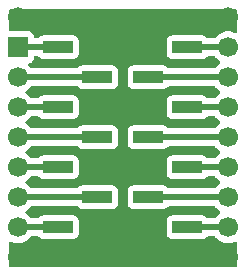
<source format=gbl>
G04 #@! TF.GenerationSoftware,KiCad,Pcbnew,9.0.6*
G04 #@! TF.CreationDate,2026-01-07T12:11:57-06:00*
G04 #@! TF.ProjectId,DHVQFN-14_3x2.5_P0.5,44485651-464e-42d3-9134-5f3378322e35,rev?*
G04 #@! TF.SameCoordinates,Original*
G04 #@! TF.FileFunction,Copper,L2,Bot*
G04 #@! TF.FilePolarity,Positive*
%FSLAX46Y46*%
G04 Gerber Fmt 4.6, Leading zero omitted, Abs format (unit mm)*
G04 Created by KiCad (PCBNEW 9.0.6) date 2026-01-07 12:11:57*
%MOMM*%
%LPD*%
G01*
G04 APERTURE LIST*
G04 #@! TA.AperFunction,ComponentPad*
%ADD10C,0.600000*%
G04 #@! TD*
G04 #@! TA.AperFunction,ComponentPad*
%ADD11C,1.700000*%
G04 #@! TD*
G04 #@! TA.AperFunction,ComponentPad*
%ADD12R,1.700000X1.700000*%
G04 #@! TD*
G04 #@! TA.AperFunction,SMDPad,CuDef*
%ADD13R,2.510000X1.000000*%
G04 #@! TD*
G04 #@! TA.AperFunction,ViaPad*
%ADD14C,0.600000*%
G04 #@! TD*
G04 #@! TA.AperFunction,Conductor*
%ADD15C,0.500000*%
G04 #@! TD*
G04 APERTURE END LIST*
D10*
X133096000Y-110802000D03*
X133096000Y-111702000D03*
D11*
X124206000Y-101092000D03*
D12*
X124206000Y-103632000D03*
D11*
X124206000Y-106172000D03*
X124206000Y-108712000D03*
X124206000Y-111252000D03*
X124206000Y-113792000D03*
X124206000Y-116332000D03*
X124206000Y-118872000D03*
X124206000Y-121412000D03*
X141986000Y-101092000D03*
X141986000Y-103632000D03*
X141986000Y-106172000D03*
X141986000Y-108712000D03*
X141986000Y-111252000D03*
X141986000Y-113792000D03*
X141986000Y-116332000D03*
X141986000Y-118872000D03*
X141986000Y-121412000D03*
D13*
X130941000Y-101092000D03*
X127631000Y-103632000D03*
X130941000Y-106172000D03*
X127631000Y-108712000D03*
X130941000Y-111252000D03*
X127631000Y-113792000D03*
X130941000Y-116332000D03*
X127631000Y-118872000D03*
X130941000Y-121412000D03*
X135251000Y-101092000D03*
X138561000Y-103632000D03*
X135251000Y-106172000D03*
X138561000Y-108712000D03*
X135251000Y-111252000D03*
X138561000Y-113792000D03*
X135251000Y-116332000D03*
X138561000Y-118872000D03*
X135251000Y-121412000D03*
D14*
X133096000Y-120359274D03*
X139700000Y-104902000D03*
X133096000Y-103632000D03*
X131318000Y-108929274D03*
X131318000Y-113628274D03*
X134874000Y-108929274D03*
X139700000Y-117602000D03*
X126492000Y-117602000D03*
X134874000Y-113628274D03*
X126492000Y-104902000D03*
D15*
X141986000Y-113792000D02*
X138561000Y-113792000D01*
X124206000Y-108712000D02*
X127631000Y-108712000D01*
X124206000Y-116332000D02*
X130941000Y-116332000D01*
X141986000Y-118872000D02*
X138561000Y-118872000D01*
X124206000Y-103632000D02*
X127631000Y-103632000D01*
X124206000Y-118872000D02*
X127631000Y-118872000D01*
X124206000Y-106172000D02*
X130941000Y-106172000D01*
X141986000Y-116332000D02*
X135251000Y-116332000D01*
X141986000Y-103632000D02*
X138561000Y-103632000D01*
X124206000Y-121412000D02*
X141986000Y-121412000D01*
X141986000Y-101092000D02*
X124206000Y-101092000D01*
X124206000Y-113792000D02*
X127631000Y-113792000D01*
X124206000Y-111252000D02*
X130941000Y-111252000D01*
X141986000Y-106172000D02*
X135251000Y-106172000D01*
X141986000Y-108712000D02*
X138561000Y-108712000D01*
X141986000Y-111252000D02*
X135251000Y-111252000D01*
G04 #@! TA.AperFunction,Conductor*
G36*
X142698539Y-100432459D02*
G01*
X142744294Y-100485263D01*
X142755500Y-100536774D01*
X142755500Y-102306028D01*
X142735815Y-102373067D01*
X142683011Y-102418822D01*
X142613853Y-102428766D01*
X142575206Y-102416513D01*
X142504417Y-102380445D01*
X142504414Y-102380444D01*
X142504412Y-102380443D01*
X142302243Y-102314754D01*
X142302241Y-102314753D01*
X142302240Y-102314753D01*
X142140957Y-102289208D01*
X142092287Y-102281500D01*
X141879713Y-102281500D01*
X141831042Y-102289208D01*
X141669760Y-102314753D01*
X141467585Y-102380444D01*
X141278179Y-102476951D01*
X141106213Y-102601890D01*
X140955892Y-102752211D01*
X140899097Y-102830385D01*
X140843767Y-102873051D01*
X140798779Y-102881500D01*
X140315751Y-102881500D01*
X140248712Y-102861815D01*
X140216485Y-102831812D01*
X140173548Y-102774457D01*
X140173546Y-102774454D01*
X140173542Y-102774451D01*
X140058335Y-102688206D01*
X140058328Y-102688202D01*
X139923482Y-102637908D01*
X139923483Y-102637908D01*
X139863883Y-102631501D01*
X139863881Y-102631500D01*
X139863873Y-102631500D01*
X139863864Y-102631500D01*
X137258129Y-102631500D01*
X137258123Y-102631501D01*
X137198516Y-102637908D01*
X137063671Y-102688202D01*
X137063664Y-102688206D01*
X136948455Y-102774452D01*
X136948452Y-102774455D01*
X136862206Y-102889664D01*
X136862202Y-102889671D01*
X136811908Y-103024517D01*
X136805501Y-103084116D01*
X136805501Y-103084123D01*
X136805500Y-103084135D01*
X136805500Y-104179870D01*
X136805501Y-104179876D01*
X136811908Y-104239483D01*
X136862202Y-104374328D01*
X136862206Y-104374335D01*
X136948452Y-104489544D01*
X136948455Y-104489547D01*
X137063664Y-104575793D01*
X137063671Y-104575797D01*
X137198517Y-104626091D01*
X137198516Y-104626091D01*
X137205444Y-104626835D01*
X137258127Y-104632500D01*
X139863872Y-104632499D01*
X139923483Y-104626091D01*
X140058331Y-104575796D01*
X140173546Y-104489546D01*
X140211040Y-104439461D01*
X140216485Y-104432188D01*
X140272419Y-104390318D01*
X140315751Y-104382500D01*
X140798779Y-104382500D01*
X140865818Y-104402185D01*
X140899097Y-104433615D01*
X140955892Y-104511788D01*
X141106213Y-104662109D01*
X141278182Y-104787050D01*
X141286946Y-104791516D01*
X141337742Y-104839491D01*
X141354536Y-104907312D01*
X141331998Y-104973447D01*
X141286946Y-105012484D01*
X141278182Y-105016949D01*
X141106213Y-105141890D01*
X140955892Y-105292211D01*
X140899097Y-105370385D01*
X140843767Y-105413051D01*
X140798779Y-105421500D01*
X137005751Y-105421500D01*
X136938712Y-105401815D01*
X136906485Y-105371812D01*
X136863548Y-105314457D01*
X136863546Y-105314454D01*
X136863542Y-105314451D01*
X136748335Y-105228206D01*
X136748328Y-105228202D01*
X136613482Y-105177908D01*
X136613483Y-105177908D01*
X136553883Y-105171501D01*
X136553881Y-105171500D01*
X136553873Y-105171500D01*
X136553864Y-105171500D01*
X133948129Y-105171500D01*
X133948123Y-105171501D01*
X133888516Y-105177908D01*
X133753671Y-105228202D01*
X133753664Y-105228206D01*
X133638455Y-105314452D01*
X133638452Y-105314455D01*
X133552206Y-105429664D01*
X133552202Y-105429671D01*
X133501908Y-105564517D01*
X133495501Y-105624116D01*
X133495501Y-105624123D01*
X133495500Y-105624135D01*
X133495500Y-106719870D01*
X133495501Y-106719876D01*
X133501908Y-106779483D01*
X133552202Y-106914328D01*
X133552206Y-106914335D01*
X133638452Y-107029544D01*
X133638455Y-107029547D01*
X133753664Y-107115793D01*
X133753671Y-107115797D01*
X133888517Y-107166091D01*
X133888516Y-107166091D01*
X133895444Y-107166835D01*
X133948127Y-107172500D01*
X136553872Y-107172499D01*
X136613483Y-107166091D01*
X136748331Y-107115796D01*
X136863546Y-107029546D01*
X136890227Y-106993903D01*
X136906485Y-106972188D01*
X136962419Y-106930318D01*
X137005751Y-106922500D01*
X140798779Y-106922500D01*
X140865818Y-106942185D01*
X140899097Y-106973615D01*
X140955892Y-107051788D01*
X141106213Y-107202109D01*
X141278182Y-107327050D01*
X141286946Y-107331516D01*
X141337742Y-107379491D01*
X141354536Y-107447312D01*
X141331998Y-107513447D01*
X141286946Y-107552484D01*
X141278182Y-107556949D01*
X141106213Y-107681890D01*
X140955892Y-107832211D01*
X140899097Y-107910385D01*
X140843767Y-107953051D01*
X140798779Y-107961500D01*
X140315751Y-107961500D01*
X140248712Y-107941815D01*
X140216485Y-107911812D01*
X140173548Y-107854457D01*
X140173546Y-107854454D01*
X140173542Y-107854451D01*
X140058335Y-107768206D01*
X140058328Y-107768202D01*
X139923482Y-107717908D01*
X139923483Y-107717908D01*
X139863883Y-107711501D01*
X139863881Y-107711500D01*
X139863873Y-107711500D01*
X139863864Y-107711500D01*
X137258129Y-107711500D01*
X137258123Y-107711501D01*
X137198516Y-107717908D01*
X137063671Y-107768202D01*
X137063664Y-107768206D01*
X136948455Y-107854452D01*
X136948452Y-107854455D01*
X136862206Y-107969664D01*
X136862202Y-107969671D01*
X136811908Y-108104517D01*
X136805501Y-108164116D01*
X136805501Y-108164123D01*
X136805500Y-108164135D01*
X136805500Y-109259870D01*
X136805501Y-109259876D01*
X136811908Y-109319483D01*
X136862202Y-109454328D01*
X136862206Y-109454335D01*
X136948452Y-109569544D01*
X136948455Y-109569547D01*
X137063664Y-109655793D01*
X137063671Y-109655797D01*
X137198517Y-109706091D01*
X137198516Y-109706091D01*
X137205444Y-109706835D01*
X137258127Y-109712500D01*
X139863872Y-109712499D01*
X139923483Y-109706091D01*
X140058331Y-109655796D01*
X140173546Y-109569546D01*
X140200227Y-109533903D01*
X140216485Y-109512188D01*
X140272419Y-109470318D01*
X140315751Y-109462500D01*
X140798779Y-109462500D01*
X140865818Y-109482185D01*
X140899097Y-109513615D01*
X140955892Y-109591788D01*
X141106213Y-109742109D01*
X141278182Y-109867050D01*
X141286946Y-109871516D01*
X141337742Y-109919491D01*
X141354536Y-109987312D01*
X141331998Y-110053447D01*
X141286946Y-110092484D01*
X141278182Y-110096949D01*
X141106213Y-110221890D01*
X140955892Y-110372211D01*
X140899097Y-110450385D01*
X140843767Y-110493051D01*
X140798779Y-110501500D01*
X137005751Y-110501500D01*
X136938712Y-110481815D01*
X136906485Y-110451812D01*
X136863548Y-110394457D01*
X136863546Y-110394454D01*
X136863542Y-110394451D01*
X136748335Y-110308206D01*
X136748328Y-110308202D01*
X136613482Y-110257908D01*
X136613483Y-110257908D01*
X136553883Y-110251501D01*
X136553881Y-110251500D01*
X136553873Y-110251500D01*
X136553864Y-110251500D01*
X133948129Y-110251500D01*
X133948123Y-110251501D01*
X133888516Y-110257908D01*
X133753671Y-110308202D01*
X133753664Y-110308206D01*
X133638455Y-110394452D01*
X133638452Y-110394455D01*
X133552206Y-110509664D01*
X133552202Y-110509671D01*
X133501908Y-110644517D01*
X133495501Y-110704116D01*
X133495501Y-110704123D01*
X133495500Y-110704135D01*
X133495500Y-111799870D01*
X133495501Y-111799876D01*
X133501908Y-111859483D01*
X133552202Y-111994328D01*
X133552206Y-111994335D01*
X133638452Y-112109544D01*
X133638455Y-112109547D01*
X133753664Y-112195793D01*
X133753671Y-112195797D01*
X133888517Y-112246091D01*
X133888516Y-112246091D01*
X133895444Y-112246835D01*
X133948127Y-112252500D01*
X136553872Y-112252499D01*
X136613483Y-112246091D01*
X136748331Y-112195796D01*
X136863546Y-112109546D01*
X136890227Y-112073903D01*
X136906485Y-112052188D01*
X136962419Y-112010318D01*
X137005751Y-112002500D01*
X140798779Y-112002500D01*
X140865818Y-112022185D01*
X140899097Y-112053615D01*
X140955892Y-112131788D01*
X141106213Y-112282109D01*
X141278182Y-112407050D01*
X141286946Y-112411516D01*
X141337742Y-112459491D01*
X141354536Y-112527312D01*
X141331998Y-112593447D01*
X141286946Y-112632484D01*
X141278182Y-112636949D01*
X141106213Y-112761890D01*
X140955892Y-112912211D01*
X140899097Y-112990385D01*
X140843767Y-113033051D01*
X140798779Y-113041500D01*
X140315751Y-113041500D01*
X140248712Y-113021815D01*
X140216485Y-112991812D01*
X140173548Y-112934457D01*
X140173546Y-112934454D01*
X140173542Y-112934451D01*
X140058335Y-112848206D01*
X140058328Y-112848202D01*
X139923482Y-112797908D01*
X139923483Y-112797908D01*
X139863883Y-112791501D01*
X139863881Y-112791500D01*
X139863873Y-112791500D01*
X139863864Y-112791500D01*
X137258129Y-112791500D01*
X137258123Y-112791501D01*
X137198516Y-112797908D01*
X137063671Y-112848202D01*
X137063664Y-112848206D01*
X136948455Y-112934452D01*
X136948452Y-112934455D01*
X136862206Y-113049664D01*
X136862202Y-113049671D01*
X136811908Y-113184517D01*
X136805501Y-113244116D01*
X136805501Y-113244123D01*
X136805500Y-113244135D01*
X136805500Y-114339870D01*
X136805501Y-114339876D01*
X136811908Y-114399483D01*
X136862202Y-114534328D01*
X136862206Y-114534335D01*
X136948452Y-114649544D01*
X136948455Y-114649547D01*
X137063664Y-114735793D01*
X137063671Y-114735797D01*
X137198517Y-114786091D01*
X137198516Y-114786091D01*
X137205444Y-114786835D01*
X137258127Y-114792500D01*
X139863872Y-114792499D01*
X139923483Y-114786091D01*
X140058331Y-114735796D01*
X140173546Y-114649546D01*
X140200227Y-114613903D01*
X140216485Y-114592188D01*
X140272419Y-114550318D01*
X140315751Y-114542500D01*
X140798779Y-114542500D01*
X140865818Y-114562185D01*
X140899097Y-114593615D01*
X140955892Y-114671788D01*
X141106213Y-114822109D01*
X141278182Y-114947050D01*
X141286946Y-114951516D01*
X141337742Y-114999491D01*
X141354536Y-115067312D01*
X141331998Y-115133447D01*
X141286946Y-115172484D01*
X141278182Y-115176949D01*
X141106213Y-115301890D01*
X140955892Y-115452211D01*
X140899097Y-115530385D01*
X140843767Y-115573051D01*
X140798779Y-115581500D01*
X137005751Y-115581500D01*
X136938712Y-115561815D01*
X136906485Y-115531812D01*
X136863548Y-115474457D01*
X136863546Y-115474454D01*
X136863542Y-115474451D01*
X136748335Y-115388206D01*
X136748328Y-115388202D01*
X136613482Y-115337908D01*
X136613483Y-115337908D01*
X136553883Y-115331501D01*
X136553881Y-115331500D01*
X136553873Y-115331500D01*
X136553864Y-115331500D01*
X133948129Y-115331500D01*
X133948123Y-115331501D01*
X133888516Y-115337908D01*
X133753671Y-115388202D01*
X133753664Y-115388206D01*
X133638455Y-115474452D01*
X133638452Y-115474455D01*
X133552206Y-115589664D01*
X133552202Y-115589671D01*
X133501908Y-115724517D01*
X133495501Y-115784116D01*
X133495501Y-115784123D01*
X133495500Y-115784135D01*
X133495500Y-116879870D01*
X133495501Y-116879876D01*
X133501908Y-116939483D01*
X133552202Y-117074328D01*
X133552206Y-117074335D01*
X133638452Y-117189544D01*
X133638455Y-117189547D01*
X133753664Y-117275793D01*
X133753671Y-117275797D01*
X133888517Y-117326091D01*
X133888516Y-117326091D01*
X133895444Y-117326835D01*
X133948127Y-117332500D01*
X136553872Y-117332499D01*
X136613483Y-117326091D01*
X136748331Y-117275796D01*
X136863546Y-117189546D01*
X136890227Y-117153903D01*
X136906485Y-117132188D01*
X136962419Y-117090318D01*
X137005751Y-117082500D01*
X140798779Y-117082500D01*
X140865818Y-117102185D01*
X140899097Y-117133615D01*
X140955892Y-117211788D01*
X141106213Y-117362109D01*
X141278182Y-117487050D01*
X141286946Y-117491516D01*
X141337742Y-117539491D01*
X141354536Y-117607312D01*
X141331998Y-117673447D01*
X141286946Y-117712484D01*
X141278182Y-117716949D01*
X141106213Y-117841890D01*
X140955892Y-117992211D01*
X140899097Y-118070385D01*
X140843767Y-118113051D01*
X140798779Y-118121500D01*
X140315751Y-118121500D01*
X140248712Y-118101815D01*
X140216485Y-118071812D01*
X140173548Y-118014457D01*
X140173546Y-118014454D01*
X140173542Y-118014451D01*
X140058335Y-117928206D01*
X140058328Y-117928202D01*
X139923482Y-117877908D01*
X139923483Y-117877908D01*
X139863883Y-117871501D01*
X139863881Y-117871500D01*
X139863873Y-117871500D01*
X139863864Y-117871500D01*
X137258129Y-117871500D01*
X137258123Y-117871501D01*
X137198516Y-117877908D01*
X137063671Y-117928202D01*
X137063664Y-117928206D01*
X136948455Y-118014452D01*
X136948452Y-118014455D01*
X136862206Y-118129664D01*
X136862202Y-118129671D01*
X136811908Y-118264517D01*
X136805501Y-118324116D01*
X136805501Y-118324123D01*
X136805500Y-118324135D01*
X136805500Y-119419870D01*
X136805501Y-119419876D01*
X136811908Y-119479483D01*
X136862202Y-119614328D01*
X136862206Y-119614335D01*
X136948452Y-119729544D01*
X136948455Y-119729547D01*
X137063664Y-119815793D01*
X137063671Y-119815797D01*
X137198517Y-119866091D01*
X137198516Y-119866091D01*
X137205444Y-119866835D01*
X137258127Y-119872500D01*
X139863872Y-119872499D01*
X139923483Y-119866091D01*
X140058331Y-119815796D01*
X140173546Y-119729546D01*
X140200227Y-119693903D01*
X140216485Y-119672188D01*
X140272419Y-119630318D01*
X140315751Y-119622500D01*
X140798779Y-119622500D01*
X140865818Y-119642185D01*
X140899097Y-119673615D01*
X140955892Y-119751788D01*
X141106213Y-119902109D01*
X141278179Y-120027048D01*
X141278181Y-120027049D01*
X141278184Y-120027051D01*
X141467588Y-120123557D01*
X141669757Y-120189246D01*
X141879713Y-120222500D01*
X141879714Y-120222500D01*
X142092286Y-120222500D01*
X142092287Y-120222500D01*
X142302243Y-120189246D01*
X142504412Y-120123557D01*
X142575205Y-120087485D01*
X142643874Y-120074590D01*
X142708614Y-120100866D01*
X142748872Y-120157972D01*
X142755500Y-120197971D01*
X142755500Y-122147774D01*
X142735815Y-122214813D01*
X142683011Y-122260568D01*
X142631500Y-122271774D01*
X123560500Y-122271774D01*
X123493461Y-122252089D01*
X123447706Y-122199285D01*
X123436500Y-122147774D01*
X123436500Y-120197971D01*
X123456185Y-120130932D01*
X123508989Y-120085177D01*
X123578147Y-120075233D01*
X123616793Y-120087485D01*
X123687588Y-120123557D01*
X123889757Y-120189246D01*
X124099713Y-120222500D01*
X124099714Y-120222500D01*
X124312286Y-120222500D01*
X124312287Y-120222500D01*
X124522243Y-120189246D01*
X124724412Y-120123557D01*
X124913816Y-120027051D01*
X124935789Y-120011086D01*
X125085786Y-119902109D01*
X125085788Y-119902106D01*
X125085792Y-119902104D01*
X125236104Y-119751792D01*
X125252266Y-119729547D01*
X125292903Y-119673615D01*
X125348233Y-119630949D01*
X125393221Y-119622500D01*
X125876249Y-119622500D01*
X125943288Y-119642185D01*
X125975515Y-119672188D01*
X126018451Y-119729542D01*
X126018454Y-119729546D01*
X126018457Y-119729548D01*
X126133664Y-119815793D01*
X126133671Y-119815797D01*
X126268517Y-119866091D01*
X126268516Y-119866091D01*
X126275444Y-119866835D01*
X126328127Y-119872500D01*
X128933872Y-119872499D01*
X128993483Y-119866091D01*
X129128331Y-119815796D01*
X129243546Y-119729546D01*
X129329796Y-119614331D01*
X129380091Y-119479483D01*
X129386500Y-119419873D01*
X129386499Y-118324128D01*
X129380091Y-118264517D01*
X129329796Y-118129669D01*
X129329795Y-118129668D01*
X129329793Y-118129664D01*
X129243547Y-118014455D01*
X129243544Y-118014452D01*
X129128335Y-117928206D01*
X129128328Y-117928202D01*
X128993482Y-117877908D01*
X128993483Y-117877908D01*
X128933883Y-117871501D01*
X128933881Y-117871500D01*
X128933873Y-117871500D01*
X128933864Y-117871500D01*
X126328129Y-117871500D01*
X126328123Y-117871501D01*
X126268516Y-117877908D01*
X126133671Y-117928202D01*
X126133664Y-117928206D01*
X126018457Y-118014451D01*
X126018451Y-118014457D01*
X125975515Y-118071812D01*
X125919581Y-118113682D01*
X125876249Y-118121500D01*
X125393221Y-118121500D01*
X125326182Y-118101815D01*
X125292903Y-118070385D01*
X125236107Y-117992211D01*
X125085786Y-117841890D01*
X124913820Y-117716951D01*
X124913115Y-117716591D01*
X124905054Y-117712485D01*
X124854259Y-117664512D01*
X124837463Y-117596692D01*
X124859999Y-117530556D01*
X124905054Y-117491515D01*
X124913816Y-117487051D01*
X124935789Y-117471086D01*
X125085786Y-117362109D01*
X125085788Y-117362106D01*
X125085792Y-117362104D01*
X125236104Y-117211792D01*
X125252266Y-117189547D01*
X125292903Y-117133615D01*
X125348233Y-117090949D01*
X125393221Y-117082500D01*
X129186249Y-117082500D01*
X129253288Y-117102185D01*
X129285515Y-117132188D01*
X129328451Y-117189542D01*
X129328454Y-117189546D01*
X129328457Y-117189548D01*
X129443664Y-117275793D01*
X129443671Y-117275797D01*
X129578517Y-117326091D01*
X129578516Y-117326091D01*
X129585444Y-117326835D01*
X129638127Y-117332500D01*
X132243872Y-117332499D01*
X132303483Y-117326091D01*
X132438331Y-117275796D01*
X132553546Y-117189546D01*
X132639796Y-117074331D01*
X132690091Y-116939483D01*
X132696500Y-116879873D01*
X132696499Y-115784128D01*
X132690091Y-115724517D01*
X132639796Y-115589669D01*
X132639795Y-115589668D01*
X132639793Y-115589664D01*
X132553547Y-115474455D01*
X132553544Y-115474452D01*
X132438335Y-115388206D01*
X132438328Y-115388202D01*
X132303482Y-115337908D01*
X132303483Y-115337908D01*
X132243883Y-115331501D01*
X132243881Y-115331500D01*
X132243873Y-115331500D01*
X132243864Y-115331500D01*
X129638129Y-115331500D01*
X129638123Y-115331501D01*
X129578516Y-115337908D01*
X129443671Y-115388202D01*
X129443664Y-115388206D01*
X129328457Y-115474451D01*
X129328451Y-115474457D01*
X129285515Y-115531812D01*
X129229581Y-115573682D01*
X129186249Y-115581500D01*
X125393221Y-115581500D01*
X125326182Y-115561815D01*
X125292903Y-115530385D01*
X125236107Y-115452211D01*
X125085786Y-115301890D01*
X124913820Y-115176951D01*
X124913115Y-115176591D01*
X124905054Y-115172485D01*
X124854259Y-115124512D01*
X124837463Y-115056692D01*
X124859999Y-114990556D01*
X124905054Y-114951515D01*
X124913816Y-114947051D01*
X124935789Y-114931086D01*
X125085786Y-114822109D01*
X125085788Y-114822106D01*
X125085792Y-114822104D01*
X125236104Y-114671792D01*
X125252266Y-114649547D01*
X125292903Y-114593615D01*
X125348233Y-114550949D01*
X125393221Y-114542500D01*
X125876249Y-114542500D01*
X125943288Y-114562185D01*
X125975515Y-114592188D01*
X126018451Y-114649542D01*
X126018454Y-114649546D01*
X126018457Y-114649548D01*
X126133664Y-114735793D01*
X126133671Y-114735797D01*
X126268517Y-114786091D01*
X126268516Y-114786091D01*
X126275444Y-114786835D01*
X126328127Y-114792500D01*
X128933872Y-114792499D01*
X128993483Y-114786091D01*
X129128331Y-114735796D01*
X129243546Y-114649546D01*
X129329796Y-114534331D01*
X129380091Y-114399483D01*
X129386500Y-114339873D01*
X129386499Y-113244128D01*
X129380091Y-113184517D01*
X129329796Y-113049669D01*
X129329795Y-113049668D01*
X129329793Y-113049664D01*
X129243547Y-112934455D01*
X129243544Y-112934452D01*
X129128335Y-112848206D01*
X129128328Y-112848202D01*
X128993482Y-112797908D01*
X128993483Y-112797908D01*
X128933883Y-112791501D01*
X128933881Y-112791500D01*
X128933873Y-112791500D01*
X128933864Y-112791500D01*
X126328129Y-112791500D01*
X126328123Y-112791501D01*
X126268516Y-112797908D01*
X126133671Y-112848202D01*
X126133664Y-112848206D01*
X126018457Y-112934451D01*
X126018451Y-112934457D01*
X125975515Y-112991812D01*
X125919581Y-113033682D01*
X125876249Y-113041500D01*
X125393221Y-113041500D01*
X125326182Y-113021815D01*
X125292903Y-112990385D01*
X125236107Y-112912211D01*
X125085786Y-112761890D01*
X124913820Y-112636951D01*
X124913115Y-112636591D01*
X124905054Y-112632485D01*
X124854259Y-112584512D01*
X124837463Y-112516692D01*
X124859999Y-112450556D01*
X124905054Y-112411515D01*
X124913816Y-112407051D01*
X124935789Y-112391086D01*
X125085786Y-112282109D01*
X125085788Y-112282106D01*
X125085792Y-112282104D01*
X125236104Y-112131792D01*
X125252266Y-112109547D01*
X125292903Y-112053615D01*
X125348233Y-112010949D01*
X125393221Y-112002500D01*
X129186249Y-112002500D01*
X129253288Y-112022185D01*
X129285515Y-112052188D01*
X129328451Y-112109542D01*
X129328454Y-112109546D01*
X129328457Y-112109548D01*
X129443664Y-112195793D01*
X129443671Y-112195797D01*
X129578517Y-112246091D01*
X129578516Y-112246091D01*
X129585444Y-112246835D01*
X129638127Y-112252500D01*
X132243872Y-112252499D01*
X132303483Y-112246091D01*
X132438331Y-112195796D01*
X132553546Y-112109546D01*
X132639796Y-111994331D01*
X132690091Y-111859483D01*
X132696500Y-111799873D01*
X132696499Y-110704128D01*
X132690091Y-110644517D01*
X132639796Y-110509669D01*
X132639795Y-110509668D01*
X132639793Y-110509664D01*
X132553547Y-110394455D01*
X132553544Y-110394452D01*
X132438335Y-110308206D01*
X132438328Y-110308202D01*
X132303482Y-110257908D01*
X132303483Y-110257908D01*
X132243883Y-110251501D01*
X132243881Y-110251500D01*
X132243873Y-110251500D01*
X132243864Y-110251500D01*
X129638129Y-110251500D01*
X129638123Y-110251501D01*
X129578516Y-110257908D01*
X129443671Y-110308202D01*
X129443664Y-110308206D01*
X129328457Y-110394451D01*
X129328451Y-110394457D01*
X129285515Y-110451812D01*
X129229581Y-110493682D01*
X129186249Y-110501500D01*
X125393221Y-110501500D01*
X125326182Y-110481815D01*
X125292903Y-110450385D01*
X125236107Y-110372211D01*
X125085786Y-110221890D01*
X124913820Y-110096951D01*
X124913115Y-110096591D01*
X124905054Y-110092485D01*
X124854259Y-110044512D01*
X124837463Y-109976692D01*
X124859999Y-109910556D01*
X124905054Y-109871515D01*
X124913816Y-109867051D01*
X124935789Y-109851086D01*
X125085786Y-109742109D01*
X125085788Y-109742106D01*
X125085792Y-109742104D01*
X125236104Y-109591792D01*
X125252266Y-109569547D01*
X125292903Y-109513615D01*
X125348233Y-109470949D01*
X125393221Y-109462500D01*
X125876249Y-109462500D01*
X125943288Y-109482185D01*
X125975515Y-109512188D01*
X126018451Y-109569542D01*
X126018454Y-109569546D01*
X126018457Y-109569548D01*
X126133664Y-109655793D01*
X126133671Y-109655797D01*
X126268517Y-109706091D01*
X126268516Y-109706091D01*
X126275444Y-109706835D01*
X126328127Y-109712500D01*
X128933872Y-109712499D01*
X128993483Y-109706091D01*
X129128331Y-109655796D01*
X129243546Y-109569546D01*
X129329796Y-109454331D01*
X129380091Y-109319483D01*
X129386500Y-109259873D01*
X129386499Y-108164128D01*
X129380091Y-108104517D01*
X129329796Y-107969669D01*
X129329795Y-107969668D01*
X129329793Y-107969664D01*
X129243547Y-107854455D01*
X129243544Y-107854452D01*
X129128335Y-107768206D01*
X129128328Y-107768202D01*
X128993482Y-107717908D01*
X128993483Y-107717908D01*
X128933883Y-107711501D01*
X128933881Y-107711500D01*
X128933873Y-107711500D01*
X128933864Y-107711500D01*
X126328129Y-107711500D01*
X126328123Y-107711501D01*
X126268516Y-107717908D01*
X126133671Y-107768202D01*
X126133664Y-107768206D01*
X126018457Y-107854451D01*
X126018451Y-107854457D01*
X125975515Y-107911812D01*
X125919581Y-107953682D01*
X125876249Y-107961500D01*
X125393221Y-107961500D01*
X125326182Y-107941815D01*
X125292903Y-107910385D01*
X125236107Y-107832211D01*
X125085786Y-107681890D01*
X124913820Y-107556951D01*
X124913115Y-107556591D01*
X124905054Y-107552485D01*
X124854259Y-107504512D01*
X124837463Y-107436692D01*
X124859999Y-107370556D01*
X124905054Y-107331515D01*
X124913816Y-107327051D01*
X124935789Y-107311086D01*
X125085786Y-107202109D01*
X125085788Y-107202106D01*
X125085792Y-107202104D01*
X125236104Y-107051792D01*
X125252266Y-107029547D01*
X125292903Y-106973615D01*
X125348233Y-106930949D01*
X125393221Y-106922500D01*
X129186249Y-106922500D01*
X129253288Y-106942185D01*
X129285515Y-106972188D01*
X129328451Y-107029542D01*
X129328454Y-107029546D01*
X129328457Y-107029548D01*
X129443664Y-107115793D01*
X129443671Y-107115797D01*
X129578517Y-107166091D01*
X129578516Y-107166091D01*
X129585444Y-107166835D01*
X129638127Y-107172500D01*
X132243872Y-107172499D01*
X132303483Y-107166091D01*
X132438331Y-107115796D01*
X132553546Y-107029546D01*
X132639796Y-106914331D01*
X132690091Y-106779483D01*
X132696500Y-106719873D01*
X132696499Y-105624128D01*
X132690091Y-105564517D01*
X132639796Y-105429669D01*
X132639795Y-105429668D01*
X132639793Y-105429664D01*
X132553547Y-105314455D01*
X132553544Y-105314452D01*
X132438335Y-105228206D01*
X132438328Y-105228202D01*
X132303482Y-105177908D01*
X132303483Y-105177908D01*
X132243883Y-105171501D01*
X132243881Y-105171500D01*
X132243873Y-105171500D01*
X132243864Y-105171500D01*
X129638129Y-105171500D01*
X129638123Y-105171501D01*
X129578516Y-105177908D01*
X129443671Y-105228202D01*
X129443664Y-105228206D01*
X129328457Y-105314451D01*
X129328451Y-105314457D01*
X129285515Y-105371812D01*
X129229581Y-105413682D01*
X129186249Y-105421500D01*
X125393221Y-105421500D01*
X125326182Y-105401815D01*
X125292903Y-105370385D01*
X125236107Y-105292211D01*
X125122569Y-105178673D01*
X125089084Y-105117350D01*
X125094068Y-105047658D01*
X125135940Y-104991725D01*
X125166915Y-104974810D01*
X125298331Y-104925796D01*
X125413546Y-104839546D01*
X125499796Y-104724331D01*
X125550091Y-104589483D01*
X125556500Y-104529873D01*
X125556500Y-104506500D01*
X125559050Y-104497814D01*
X125557762Y-104488853D01*
X125568740Y-104464812D01*
X125576185Y-104439461D01*
X125583025Y-104433533D01*
X125586787Y-104425297D01*
X125609021Y-104411007D01*
X125628989Y-104393706D01*
X125639503Y-104391418D01*
X125645565Y-104387523D01*
X125680500Y-104382500D01*
X125876249Y-104382500D01*
X125943288Y-104402185D01*
X125975515Y-104432188D01*
X125980960Y-104439461D01*
X126018454Y-104489546D01*
X126018457Y-104489548D01*
X126133664Y-104575793D01*
X126133671Y-104575797D01*
X126268517Y-104626091D01*
X126268516Y-104626091D01*
X126275444Y-104626835D01*
X126328127Y-104632500D01*
X128933872Y-104632499D01*
X128993483Y-104626091D01*
X129128331Y-104575796D01*
X129243546Y-104489546D01*
X129329796Y-104374331D01*
X129380091Y-104239483D01*
X129386500Y-104179873D01*
X129386499Y-103084128D01*
X129380091Y-103024517D01*
X129329796Y-102889669D01*
X129329795Y-102889668D01*
X129329793Y-102889664D01*
X129243547Y-102774455D01*
X129243544Y-102774452D01*
X129128335Y-102688206D01*
X129128328Y-102688202D01*
X128993482Y-102637908D01*
X128993483Y-102637908D01*
X128933883Y-102631501D01*
X128933881Y-102631500D01*
X128933873Y-102631500D01*
X128933864Y-102631500D01*
X126328129Y-102631500D01*
X126328123Y-102631501D01*
X126268516Y-102637908D01*
X126133671Y-102688202D01*
X126133664Y-102688206D01*
X126018457Y-102774451D01*
X126018451Y-102774457D01*
X125975515Y-102831812D01*
X125971859Y-102834548D01*
X125969962Y-102838703D01*
X125944144Y-102855294D01*
X125919581Y-102873682D01*
X125913953Y-102874697D01*
X125911184Y-102876477D01*
X125876249Y-102881500D01*
X125680499Y-102881500D01*
X125613460Y-102861815D01*
X125567705Y-102809011D01*
X125556499Y-102757500D01*
X125556499Y-102734129D01*
X125556498Y-102734123D01*
X125550091Y-102674516D01*
X125499797Y-102539671D01*
X125499793Y-102539664D01*
X125413547Y-102424455D01*
X125413544Y-102424452D01*
X125298335Y-102338206D01*
X125298328Y-102338202D01*
X125163482Y-102287908D01*
X125163483Y-102287908D01*
X125103883Y-102281501D01*
X125103881Y-102281500D01*
X125103873Y-102281500D01*
X125103865Y-102281500D01*
X123560500Y-102281500D01*
X123493461Y-102261815D01*
X123447706Y-102209011D01*
X123436500Y-102157500D01*
X123436500Y-100536774D01*
X123456185Y-100469735D01*
X123508989Y-100423980D01*
X123560500Y-100412774D01*
X142631500Y-100412774D01*
X142698539Y-100432459D01*
G37*
G04 #@! TD.AperFunction*
M02*

</source>
